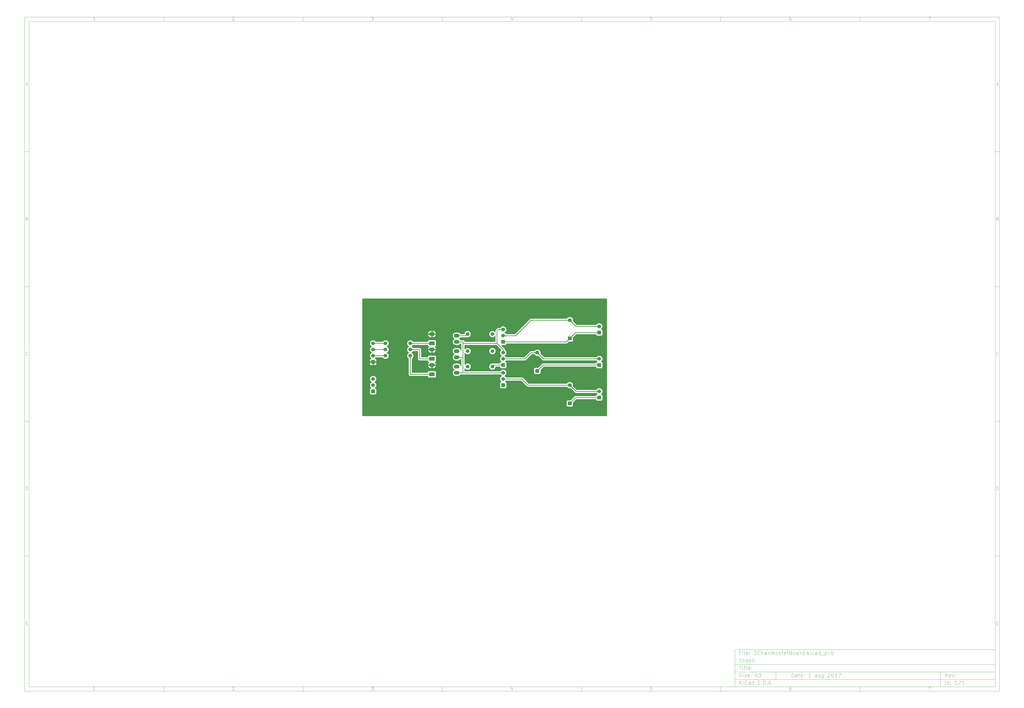
<source format=gbl>
G04 (created by PCBNEW (2013-jul-07)-stable) date Tue 01 Aug 2017 10:55:42 AM PDT*
%MOIN*%
G04 Gerber Fmt 3.4, Leading zero omitted, Abs format*
%FSLAX34Y34*%
G01*
G70*
G90*
G04 APERTURE LIST*
%ADD10C,0.00393701*%
%ADD11C,0.06*%
%ADD12R,0.06X0.06*%
%ADD13R,0.09X0.062*%
%ADD14O,0.09X0.062*%
%ADD15R,0.0615X0.0615*%
%ADD16C,0.0615*%
%ADD17C,0.01*%
G04 APERTURE END LIST*
G54D10*
X4000Y-4000D02*
X161350Y-4000D01*
X161350Y-112930D01*
X4000Y-112930D01*
X4000Y-4000D01*
X4700Y-4700D02*
X160650Y-4700D01*
X160650Y-112230D01*
X4700Y-112230D01*
X4700Y-4700D01*
X26470Y-4000D02*
X26470Y-4700D01*
X15382Y-4552D02*
X15097Y-4552D01*
X15240Y-4552D02*
X15240Y-4052D01*
X15192Y-4123D01*
X15144Y-4171D01*
X15097Y-4195D01*
X26470Y-112930D02*
X26470Y-112230D01*
X15382Y-112782D02*
X15097Y-112782D01*
X15240Y-112782D02*
X15240Y-112282D01*
X15192Y-112353D01*
X15144Y-112401D01*
X15097Y-112425D01*
X48940Y-4000D02*
X48940Y-4700D01*
X37567Y-4100D02*
X37590Y-4076D01*
X37638Y-4052D01*
X37757Y-4052D01*
X37805Y-4076D01*
X37829Y-4100D01*
X37852Y-4147D01*
X37852Y-4195D01*
X37829Y-4266D01*
X37543Y-4552D01*
X37852Y-4552D01*
X48940Y-112930D02*
X48940Y-112230D01*
X37567Y-112330D02*
X37590Y-112306D01*
X37638Y-112282D01*
X37757Y-112282D01*
X37805Y-112306D01*
X37829Y-112330D01*
X37852Y-112377D01*
X37852Y-112425D01*
X37829Y-112496D01*
X37543Y-112782D01*
X37852Y-112782D01*
X71410Y-4000D02*
X71410Y-4700D01*
X60013Y-4052D02*
X60322Y-4052D01*
X60156Y-4242D01*
X60227Y-4242D01*
X60275Y-4266D01*
X60299Y-4290D01*
X60322Y-4338D01*
X60322Y-4457D01*
X60299Y-4504D01*
X60275Y-4528D01*
X60227Y-4552D01*
X60084Y-4552D01*
X60037Y-4528D01*
X60013Y-4504D01*
X71410Y-112930D02*
X71410Y-112230D01*
X60013Y-112282D02*
X60322Y-112282D01*
X60156Y-112472D01*
X60227Y-112472D01*
X60275Y-112496D01*
X60299Y-112520D01*
X60322Y-112568D01*
X60322Y-112687D01*
X60299Y-112734D01*
X60275Y-112758D01*
X60227Y-112782D01*
X60084Y-112782D01*
X60037Y-112758D01*
X60013Y-112734D01*
X93880Y-4000D02*
X93880Y-4700D01*
X82745Y-4219D02*
X82745Y-4552D01*
X82626Y-4028D02*
X82507Y-4385D01*
X82816Y-4385D01*
X93880Y-112930D02*
X93880Y-112230D01*
X82745Y-112449D02*
X82745Y-112782D01*
X82626Y-112258D02*
X82507Y-112615D01*
X82816Y-112615D01*
X116350Y-4000D02*
X116350Y-4700D01*
X105239Y-4052D02*
X105000Y-4052D01*
X104977Y-4290D01*
X105000Y-4266D01*
X105048Y-4242D01*
X105167Y-4242D01*
X105215Y-4266D01*
X105239Y-4290D01*
X105262Y-4338D01*
X105262Y-4457D01*
X105239Y-4504D01*
X105215Y-4528D01*
X105167Y-4552D01*
X105048Y-4552D01*
X105000Y-4528D01*
X104977Y-4504D01*
X116350Y-112930D02*
X116350Y-112230D01*
X105239Y-112282D02*
X105000Y-112282D01*
X104977Y-112520D01*
X105000Y-112496D01*
X105048Y-112472D01*
X105167Y-112472D01*
X105215Y-112496D01*
X105239Y-112520D01*
X105262Y-112568D01*
X105262Y-112687D01*
X105239Y-112734D01*
X105215Y-112758D01*
X105167Y-112782D01*
X105048Y-112782D01*
X105000Y-112758D01*
X104977Y-112734D01*
X138820Y-4000D02*
X138820Y-4700D01*
X127685Y-4052D02*
X127590Y-4052D01*
X127542Y-4076D01*
X127518Y-4100D01*
X127470Y-4171D01*
X127447Y-4266D01*
X127447Y-4457D01*
X127470Y-4504D01*
X127494Y-4528D01*
X127542Y-4552D01*
X127637Y-4552D01*
X127685Y-4528D01*
X127709Y-4504D01*
X127732Y-4457D01*
X127732Y-4338D01*
X127709Y-4290D01*
X127685Y-4266D01*
X127637Y-4242D01*
X127542Y-4242D01*
X127494Y-4266D01*
X127470Y-4290D01*
X127447Y-4338D01*
X138820Y-112930D02*
X138820Y-112230D01*
X127685Y-112282D02*
X127590Y-112282D01*
X127542Y-112306D01*
X127518Y-112330D01*
X127470Y-112401D01*
X127447Y-112496D01*
X127447Y-112687D01*
X127470Y-112734D01*
X127494Y-112758D01*
X127542Y-112782D01*
X127637Y-112782D01*
X127685Y-112758D01*
X127709Y-112734D01*
X127732Y-112687D01*
X127732Y-112568D01*
X127709Y-112520D01*
X127685Y-112496D01*
X127637Y-112472D01*
X127542Y-112472D01*
X127494Y-112496D01*
X127470Y-112520D01*
X127447Y-112568D01*
X149893Y-4052D02*
X150226Y-4052D01*
X150012Y-4552D01*
X149893Y-112282D02*
X150226Y-112282D01*
X150012Y-112782D01*
X4000Y-25780D02*
X4700Y-25780D01*
X4230Y-14949D02*
X4469Y-14949D01*
X4183Y-15092D02*
X4350Y-14592D01*
X4516Y-15092D01*
X161350Y-25780D02*
X160650Y-25780D01*
X160880Y-14949D02*
X161119Y-14949D01*
X160833Y-15092D02*
X161000Y-14592D01*
X161166Y-15092D01*
X4000Y-47560D02*
X4700Y-47560D01*
X4385Y-36610D02*
X4457Y-36634D01*
X4480Y-36658D01*
X4504Y-36705D01*
X4504Y-36777D01*
X4480Y-36824D01*
X4457Y-36848D01*
X4409Y-36872D01*
X4219Y-36872D01*
X4219Y-36372D01*
X4385Y-36372D01*
X4433Y-36396D01*
X4457Y-36420D01*
X4480Y-36467D01*
X4480Y-36515D01*
X4457Y-36562D01*
X4433Y-36586D01*
X4385Y-36610D01*
X4219Y-36610D01*
X161350Y-47560D02*
X160650Y-47560D01*
X161035Y-36610D02*
X161107Y-36634D01*
X161130Y-36658D01*
X161154Y-36705D01*
X161154Y-36777D01*
X161130Y-36824D01*
X161107Y-36848D01*
X161059Y-36872D01*
X160869Y-36872D01*
X160869Y-36372D01*
X161035Y-36372D01*
X161083Y-36396D01*
X161107Y-36420D01*
X161130Y-36467D01*
X161130Y-36515D01*
X161107Y-36562D01*
X161083Y-36586D01*
X161035Y-36610D01*
X160869Y-36610D01*
X4000Y-69340D02*
X4700Y-69340D01*
X4504Y-58604D02*
X4480Y-58628D01*
X4409Y-58652D01*
X4361Y-58652D01*
X4290Y-58628D01*
X4242Y-58580D01*
X4219Y-58533D01*
X4195Y-58438D01*
X4195Y-58366D01*
X4219Y-58271D01*
X4242Y-58223D01*
X4290Y-58176D01*
X4361Y-58152D01*
X4409Y-58152D01*
X4480Y-58176D01*
X4504Y-58200D01*
X161350Y-69340D02*
X160650Y-69340D01*
X161154Y-58604D02*
X161130Y-58628D01*
X161059Y-58652D01*
X161011Y-58652D01*
X160940Y-58628D01*
X160892Y-58580D01*
X160869Y-58533D01*
X160845Y-58438D01*
X160845Y-58366D01*
X160869Y-58271D01*
X160892Y-58223D01*
X160940Y-58176D01*
X161011Y-58152D01*
X161059Y-58152D01*
X161130Y-58176D01*
X161154Y-58200D01*
X4000Y-91120D02*
X4700Y-91120D01*
X4219Y-80432D02*
X4219Y-79932D01*
X4338Y-79932D01*
X4409Y-79956D01*
X4457Y-80003D01*
X4480Y-80051D01*
X4504Y-80146D01*
X4504Y-80218D01*
X4480Y-80313D01*
X4457Y-80360D01*
X4409Y-80408D01*
X4338Y-80432D01*
X4219Y-80432D01*
X161350Y-91120D02*
X160650Y-91120D01*
X160869Y-80432D02*
X160869Y-79932D01*
X160988Y-79932D01*
X161059Y-79956D01*
X161107Y-80003D01*
X161130Y-80051D01*
X161154Y-80146D01*
X161154Y-80218D01*
X161130Y-80313D01*
X161107Y-80360D01*
X161059Y-80408D01*
X160988Y-80432D01*
X160869Y-80432D01*
X4242Y-101950D02*
X4409Y-101950D01*
X4480Y-102212D02*
X4242Y-102212D01*
X4242Y-101712D01*
X4480Y-101712D01*
X160892Y-101950D02*
X161059Y-101950D01*
X161130Y-102212D02*
X160892Y-102212D01*
X160892Y-101712D01*
X161130Y-101712D01*
X127800Y-110672D02*
X127875Y-110072D01*
X128017Y-110072D01*
X128100Y-110101D01*
X128150Y-110158D01*
X128171Y-110215D01*
X128185Y-110330D01*
X128175Y-110415D01*
X128132Y-110530D01*
X128096Y-110587D01*
X128032Y-110644D01*
X127942Y-110672D01*
X127800Y-110672D01*
X128657Y-110672D02*
X128696Y-110358D01*
X128675Y-110301D01*
X128621Y-110272D01*
X128507Y-110272D01*
X128446Y-110301D01*
X128660Y-110644D02*
X128600Y-110672D01*
X128457Y-110672D01*
X128403Y-110644D01*
X128382Y-110587D01*
X128389Y-110530D01*
X128425Y-110472D01*
X128485Y-110444D01*
X128628Y-110444D01*
X128689Y-110415D01*
X128907Y-110272D02*
X129135Y-110272D01*
X129017Y-110072D02*
X128953Y-110587D01*
X128975Y-110644D01*
X129028Y-110672D01*
X129085Y-110672D01*
X129517Y-110644D02*
X129457Y-110672D01*
X129342Y-110672D01*
X129289Y-110644D01*
X129267Y-110587D01*
X129296Y-110358D01*
X129332Y-110301D01*
X129392Y-110272D01*
X129507Y-110272D01*
X129560Y-110301D01*
X129582Y-110358D01*
X129575Y-110415D01*
X129282Y-110472D01*
X129807Y-110615D02*
X129832Y-110644D01*
X129800Y-110672D01*
X129775Y-110644D01*
X129807Y-110615D01*
X129800Y-110672D01*
X129846Y-110301D02*
X129871Y-110330D01*
X129839Y-110358D01*
X129814Y-110330D01*
X129846Y-110301D01*
X129839Y-110358D01*
X130857Y-110672D02*
X130514Y-110672D01*
X130685Y-110672D02*
X130760Y-110072D01*
X130692Y-110158D01*
X130628Y-110215D01*
X130567Y-110244D01*
X131828Y-110672D02*
X131867Y-110358D01*
X131846Y-110301D01*
X131792Y-110272D01*
X131678Y-110272D01*
X131617Y-110301D01*
X131832Y-110644D02*
X131771Y-110672D01*
X131628Y-110672D01*
X131575Y-110644D01*
X131553Y-110587D01*
X131560Y-110530D01*
X131596Y-110472D01*
X131657Y-110444D01*
X131800Y-110444D01*
X131860Y-110415D01*
X132421Y-110272D02*
X132371Y-110672D01*
X132164Y-110272D02*
X132125Y-110587D01*
X132146Y-110644D01*
X132200Y-110672D01*
X132285Y-110672D01*
X132346Y-110644D01*
X132378Y-110615D01*
X132964Y-110272D02*
X132903Y-110758D01*
X132867Y-110815D01*
X132835Y-110844D01*
X132775Y-110872D01*
X132689Y-110872D01*
X132635Y-110844D01*
X132917Y-110644D02*
X132857Y-110672D01*
X132742Y-110672D01*
X132689Y-110644D01*
X132664Y-110615D01*
X132642Y-110558D01*
X132664Y-110387D01*
X132700Y-110330D01*
X132732Y-110301D01*
X132792Y-110272D01*
X132907Y-110272D01*
X132960Y-110301D01*
X133696Y-110130D02*
X133728Y-110101D01*
X133789Y-110072D01*
X133932Y-110072D01*
X133985Y-110101D01*
X134010Y-110130D01*
X134032Y-110187D01*
X134025Y-110244D01*
X133985Y-110330D01*
X133600Y-110672D01*
X133971Y-110672D01*
X134417Y-110072D02*
X134475Y-110072D01*
X134528Y-110101D01*
X134553Y-110130D01*
X134575Y-110187D01*
X134589Y-110301D01*
X134571Y-110444D01*
X134528Y-110558D01*
X134492Y-110615D01*
X134460Y-110644D01*
X134400Y-110672D01*
X134342Y-110672D01*
X134289Y-110644D01*
X134264Y-110615D01*
X134242Y-110558D01*
X134228Y-110444D01*
X134246Y-110301D01*
X134289Y-110187D01*
X134325Y-110130D01*
X134357Y-110101D01*
X134417Y-110072D01*
X135114Y-110672D02*
X134771Y-110672D01*
X134942Y-110672D02*
X135017Y-110072D01*
X134950Y-110158D01*
X134885Y-110215D01*
X134825Y-110244D01*
X135389Y-110072D02*
X135789Y-110072D01*
X135457Y-110672D01*
X119392Y-111872D02*
X119392Y-111272D01*
X119735Y-111872D02*
X119478Y-111530D01*
X119735Y-111272D02*
X119392Y-111615D01*
X119992Y-111872D02*
X119992Y-111472D01*
X119992Y-111272D02*
X119964Y-111301D01*
X119992Y-111330D01*
X120021Y-111301D01*
X119992Y-111272D01*
X119992Y-111330D01*
X120621Y-111815D02*
X120592Y-111844D01*
X120507Y-111872D01*
X120450Y-111872D01*
X120364Y-111844D01*
X120307Y-111787D01*
X120278Y-111730D01*
X120250Y-111615D01*
X120250Y-111530D01*
X120278Y-111415D01*
X120307Y-111358D01*
X120364Y-111301D01*
X120450Y-111272D01*
X120507Y-111272D01*
X120592Y-111301D01*
X120621Y-111330D01*
X121135Y-111872D02*
X121135Y-111558D01*
X121107Y-111501D01*
X121050Y-111472D01*
X120935Y-111472D01*
X120878Y-111501D01*
X121135Y-111844D02*
X121078Y-111872D01*
X120935Y-111872D01*
X120878Y-111844D01*
X120850Y-111787D01*
X120850Y-111730D01*
X120878Y-111672D01*
X120935Y-111644D01*
X121078Y-111644D01*
X121135Y-111615D01*
X121678Y-111872D02*
X121678Y-111272D01*
X121678Y-111844D02*
X121621Y-111872D01*
X121507Y-111872D01*
X121450Y-111844D01*
X121421Y-111815D01*
X121392Y-111758D01*
X121392Y-111587D01*
X121421Y-111530D01*
X121450Y-111501D01*
X121507Y-111472D01*
X121621Y-111472D01*
X121678Y-111501D01*
X122421Y-111558D02*
X122621Y-111558D01*
X122707Y-111872D02*
X122421Y-111872D01*
X122421Y-111272D01*
X122707Y-111272D01*
X122964Y-111815D02*
X122992Y-111844D01*
X122964Y-111872D01*
X122935Y-111844D01*
X122964Y-111815D01*
X122964Y-111872D01*
X123249Y-111872D02*
X123249Y-111272D01*
X123392Y-111272D01*
X123478Y-111301D01*
X123535Y-111358D01*
X123564Y-111415D01*
X123592Y-111530D01*
X123592Y-111615D01*
X123564Y-111730D01*
X123535Y-111787D01*
X123478Y-111844D01*
X123392Y-111872D01*
X123249Y-111872D01*
X123849Y-111815D02*
X123878Y-111844D01*
X123849Y-111872D01*
X123821Y-111844D01*
X123849Y-111815D01*
X123849Y-111872D01*
X124107Y-111701D02*
X124392Y-111701D01*
X124049Y-111872D02*
X124249Y-111272D01*
X124449Y-111872D01*
X124649Y-111815D02*
X124678Y-111844D01*
X124649Y-111872D01*
X124621Y-111844D01*
X124649Y-111815D01*
X124649Y-111872D01*
X152942Y-110672D02*
X152778Y-110387D01*
X152600Y-110672D02*
X152675Y-110072D01*
X152903Y-110072D01*
X152957Y-110101D01*
X152982Y-110130D01*
X153003Y-110187D01*
X152992Y-110272D01*
X152957Y-110330D01*
X152925Y-110358D01*
X152864Y-110387D01*
X152635Y-110387D01*
X153432Y-110644D02*
X153371Y-110672D01*
X153257Y-110672D01*
X153203Y-110644D01*
X153182Y-110587D01*
X153210Y-110358D01*
X153246Y-110301D01*
X153307Y-110272D01*
X153421Y-110272D01*
X153475Y-110301D01*
X153496Y-110358D01*
X153489Y-110415D01*
X153196Y-110472D01*
X153707Y-110272D02*
X153800Y-110672D01*
X153992Y-110272D01*
X154178Y-110615D02*
X154203Y-110644D01*
X154171Y-110672D01*
X154146Y-110644D01*
X154178Y-110615D01*
X154171Y-110672D01*
X154217Y-110301D02*
X154242Y-110330D01*
X154210Y-110358D01*
X154185Y-110330D01*
X154217Y-110301D01*
X154210Y-110358D01*
X119364Y-110644D02*
X119450Y-110672D01*
X119592Y-110672D01*
X119650Y-110644D01*
X119678Y-110615D01*
X119707Y-110558D01*
X119707Y-110501D01*
X119678Y-110444D01*
X119650Y-110415D01*
X119592Y-110387D01*
X119478Y-110358D01*
X119421Y-110330D01*
X119392Y-110301D01*
X119364Y-110244D01*
X119364Y-110187D01*
X119392Y-110130D01*
X119421Y-110101D01*
X119478Y-110072D01*
X119621Y-110072D01*
X119707Y-110101D01*
X119964Y-110672D02*
X119964Y-110272D01*
X119964Y-110072D02*
X119935Y-110101D01*
X119964Y-110130D01*
X119992Y-110101D01*
X119964Y-110072D01*
X119964Y-110130D01*
X120192Y-110272D02*
X120507Y-110272D01*
X120192Y-110672D01*
X120507Y-110672D01*
X120964Y-110644D02*
X120907Y-110672D01*
X120792Y-110672D01*
X120735Y-110644D01*
X120707Y-110587D01*
X120707Y-110358D01*
X120735Y-110301D01*
X120792Y-110272D01*
X120907Y-110272D01*
X120964Y-110301D01*
X120992Y-110358D01*
X120992Y-110415D01*
X120707Y-110472D01*
X121250Y-110615D02*
X121278Y-110644D01*
X121250Y-110672D01*
X121221Y-110644D01*
X121250Y-110615D01*
X121250Y-110672D01*
X121250Y-110301D02*
X121278Y-110330D01*
X121250Y-110358D01*
X121221Y-110330D01*
X121250Y-110301D01*
X121250Y-110358D01*
X121964Y-110501D02*
X122250Y-110501D01*
X121907Y-110672D02*
X122107Y-110072D01*
X122307Y-110672D01*
X122450Y-110072D02*
X122821Y-110072D01*
X122621Y-110301D01*
X122707Y-110301D01*
X122764Y-110330D01*
X122792Y-110358D01*
X122821Y-110415D01*
X122821Y-110558D01*
X122792Y-110615D01*
X122764Y-110644D01*
X122707Y-110672D01*
X122535Y-110672D01*
X122478Y-110644D01*
X122450Y-110615D01*
X152592Y-111872D02*
X152592Y-111272D01*
X153135Y-111872D02*
X153135Y-111272D01*
X153135Y-111844D02*
X153078Y-111872D01*
X152964Y-111872D01*
X152907Y-111844D01*
X152878Y-111815D01*
X152850Y-111758D01*
X152850Y-111587D01*
X152878Y-111530D01*
X152907Y-111501D01*
X152964Y-111472D01*
X153078Y-111472D01*
X153135Y-111501D01*
X153421Y-111815D02*
X153450Y-111844D01*
X153421Y-111872D01*
X153392Y-111844D01*
X153421Y-111815D01*
X153421Y-111872D01*
X153421Y-111501D02*
X153450Y-111530D01*
X153421Y-111558D01*
X153392Y-111530D01*
X153421Y-111501D01*
X153421Y-111558D01*
X154478Y-111872D02*
X154135Y-111872D01*
X154307Y-111872D02*
X154307Y-111272D01*
X154249Y-111358D01*
X154192Y-111415D01*
X154135Y-111444D01*
X155164Y-111244D02*
X154650Y-112015D01*
X155678Y-111872D02*
X155335Y-111872D01*
X155507Y-111872D02*
X155507Y-111272D01*
X155449Y-111358D01*
X155392Y-111415D01*
X155335Y-111444D01*
X119389Y-108872D02*
X119732Y-108872D01*
X119485Y-109472D02*
X119560Y-108872D01*
X119857Y-109472D02*
X119907Y-109072D01*
X119932Y-108872D02*
X119900Y-108901D01*
X119925Y-108930D01*
X119957Y-108901D01*
X119932Y-108872D01*
X119925Y-108930D01*
X120107Y-109072D02*
X120335Y-109072D01*
X120217Y-108872D02*
X120153Y-109387D01*
X120175Y-109444D01*
X120228Y-109472D01*
X120285Y-109472D01*
X120571Y-109472D02*
X120517Y-109444D01*
X120496Y-109387D01*
X120560Y-108872D01*
X121032Y-109444D02*
X120971Y-109472D01*
X120857Y-109472D01*
X120803Y-109444D01*
X120782Y-109387D01*
X120810Y-109158D01*
X120846Y-109101D01*
X120907Y-109072D01*
X121021Y-109072D01*
X121075Y-109101D01*
X121096Y-109158D01*
X121089Y-109215D01*
X120796Y-109272D01*
X121321Y-109415D02*
X121346Y-109444D01*
X121314Y-109472D01*
X121289Y-109444D01*
X121321Y-109415D01*
X121314Y-109472D01*
X121360Y-109101D02*
X121385Y-109130D01*
X121353Y-109158D01*
X121328Y-109130D01*
X121360Y-109101D01*
X121353Y-109158D01*
X119592Y-106758D02*
X119392Y-106758D01*
X119392Y-107072D02*
X119392Y-106472D01*
X119678Y-106472D01*
X119907Y-107072D02*
X119907Y-106672D01*
X119907Y-106472D02*
X119878Y-106501D01*
X119907Y-106530D01*
X119935Y-106501D01*
X119907Y-106472D01*
X119907Y-106530D01*
X120278Y-107072D02*
X120221Y-107044D01*
X120192Y-106987D01*
X120192Y-106472D01*
X120735Y-107044D02*
X120678Y-107072D01*
X120564Y-107072D01*
X120507Y-107044D01*
X120478Y-106987D01*
X120478Y-106758D01*
X120507Y-106701D01*
X120564Y-106672D01*
X120678Y-106672D01*
X120735Y-106701D01*
X120764Y-106758D01*
X120764Y-106815D01*
X120478Y-106872D01*
X121021Y-107015D02*
X121050Y-107044D01*
X121021Y-107072D01*
X120992Y-107044D01*
X121021Y-107015D01*
X121021Y-107072D01*
X121021Y-106701D02*
X121050Y-106730D01*
X121021Y-106758D01*
X120992Y-106730D01*
X121021Y-106701D01*
X121021Y-106758D01*
X121707Y-106472D02*
X122078Y-106472D01*
X121878Y-106701D01*
X121964Y-106701D01*
X122021Y-106730D01*
X122050Y-106758D01*
X122078Y-106815D01*
X122078Y-106958D01*
X122050Y-107015D01*
X122021Y-107044D01*
X121964Y-107072D01*
X121792Y-107072D01*
X121735Y-107044D01*
X121707Y-107015D01*
X122678Y-107015D02*
X122650Y-107044D01*
X122564Y-107072D01*
X122507Y-107072D01*
X122421Y-107044D01*
X122364Y-106987D01*
X122335Y-106930D01*
X122307Y-106815D01*
X122307Y-106730D01*
X122335Y-106615D01*
X122364Y-106558D01*
X122421Y-106501D01*
X122507Y-106472D01*
X122564Y-106472D01*
X122650Y-106501D01*
X122678Y-106530D01*
X122935Y-107072D02*
X122935Y-106472D01*
X123192Y-107072D02*
X123192Y-106758D01*
X123164Y-106701D01*
X123107Y-106672D01*
X123021Y-106672D01*
X122964Y-106701D01*
X122935Y-106730D01*
X123735Y-107072D02*
X123735Y-106758D01*
X123707Y-106701D01*
X123650Y-106672D01*
X123535Y-106672D01*
X123478Y-106701D01*
X123735Y-107044D02*
X123678Y-107072D01*
X123535Y-107072D01*
X123478Y-107044D01*
X123450Y-106987D01*
X123450Y-106930D01*
X123478Y-106872D01*
X123535Y-106844D01*
X123678Y-106844D01*
X123735Y-106815D01*
X124021Y-106672D02*
X124021Y-107072D01*
X124021Y-106730D02*
X124050Y-106701D01*
X124107Y-106672D01*
X124192Y-106672D01*
X124250Y-106701D01*
X124278Y-106758D01*
X124278Y-107072D01*
X124564Y-107072D02*
X124564Y-106472D01*
X124764Y-106901D01*
X124964Y-106472D01*
X124964Y-107072D01*
X125335Y-107072D02*
X125278Y-107044D01*
X125250Y-107015D01*
X125221Y-106958D01*
X125221Y-106787D01*
X125250Y-106730D01*
X125278Y-106701D01*
X125335Y-106672D01*
X125421Y-106672D01*
X125478Y-106701D01*
X125507Y-106730D01*
X125535Y-106787D01*
X125535Y-106958D01*
X125507Y-107015D01*
X125478Y-107044D01*
X125421Y-107072D01*
X125335Y-107072D01*
X125764Y-107044D02*
X125821Y-107072D01*
X125935Y-107072D01*
X125992Y-107044D01*
X126021Y-106987D01*
X126021Y-106958D01*
X125992Y-106901D01*
X125935Y-106872D01*
X125850Y-106872D01*
X125792Y-106844D01*
X125764Y-106787D01*
X125764Y-106758D01*
X125792Y-106701D01*
X125850Y-106672D01*
X125935Y-106672D01*
X125992Y-106701D01*
X126192Y-106672D02*
X126421Y-106672D01*
X126278Y-107072D02*
X126278Y-106558D01*
X126307Y-106501D01*
X126364Y-106472D01*
X126421Y-106472D01*
X126850Y-107044D02*
X126792Y-107072D01*
X126678Y-107072D01*
X126621Y-107044D01*
X126592Y-106987D01*
X126592Y-106758D01*
X126621Y-106701D01*
X126678Y-106672D01*
X126792Y-106672D01*
X126850Y-106701D01*
X126878Y-106758D01*
X126878Y-106815D01*
X126592Y-106872D01*
X127050Y-106672D02*
X127278Y-106672D01*
X127135Y-106472D02*
X127135Y-106987D01*
X127164Y-107044D01*
X127221Y-107072D01*
X127278Y-107072D01*
X127678Y-106758D02*
X127764Y-106787D01*
X127792Y-106815D01*
X127821Y-106872D01*
X127821Y-106958D01*
X127792Y-107015D01*
X127764Y-107044D01*
X127707Y-107072D01*
X127478Y-107072D01*
X127478Y-106472D01*
X127678Y-106472D01*
X127735Y-106501D01*
X127764Y-106530D01*
X127792Y-106587D01*
X127792Y-106644D01*
X127764Y-106701D01*
X127735Y-106730D01*
X127678Y-106758D01*
X127478Y-106758D01*
X128164Y-107072D02*
X128107Y-107044D01*
X128078Y-107015D01*
X128050Y-106958D01*
X128050Y-106787D01*
X128078Y-106730D01*
X128107Y-106701D01*
X128164Y-106672D01*
X128250Y-106672D01*
X128307Y-106701D01*
X128335Y-106730D01*
X128364Y-106787D01*
X128364Y-106958D01*
X128335Y-107015D01*
X128307Y-107044D01*
X128250Y-107072D01*
X128164Y-107072D01*
X128878Y-107072D02*
X128878Y-106758D01*
X128850Y-106701D01*
X128792Y-106672D01*
X128678Y-106672D01*
X128621Y-106701D01*
X128878Y-107044D02*
X128821Y-107072D01*
X128678Y-107072D01*
X128621Y-107044D01*
X128592Y-106987D01*
X128592Y-106930D01*
X128621Y-106872D01*
X128678Y-106844D01*
X128821Y-106844D01*
X128878Y-106815D01*
X129164Y-107072D02*
X129164Y-106672D01*
X129164Y-106787D02*
X129192Y-106730D01*
X129221Y-106701D01*
X129278Y-106672D01*
X129335Y-106672D01*
X129792Y-107072D02*
X129792Y-106472D01*
X129792Y-107044D02*
X129735Y-107072D01*
X129621Y-107072D01*
X129564Y-107044D01*
X129535Y-107015D01*
X129507Y-106958D01*
X129507Y-106787D01*
X129535Y-106730D01*
X129564Y-106701D01*
X129621Y-106672D01*
X129735Y-106672D01*
X129792Y-106701D01*
X130078Y-107015D02*
X130107Y-107044D01*
X130078Y-107072D01*
X130050Y-107044D01*
X130078Y-107015D01*
X130078Y-107072D01*
X130364Y-107072D02*
X130364Y-106472D01*
X130421Y-106844D02*
X130592Y-107072D01*
X130592Y-106672D02*
X130364Y-106901D01*
X130849Y-107072D02*
X130849Y-106672D01*
X130849Y-106472D02*
X130821Y-106501D01*
X130849Y-106530D01*
X130878Y-106501D01*
X130849Y-106472D01*
X130849Y-106530D01*
X131392Y-107044D02*
X131335Y-107072D01*
X131221Y-107072D01*
X131164Y-107044D01*
X131135Y-107015D01*
X131107Y-106958D01*
X131107Y-106787D01*
X131135Y-106730D01*
X131164Y-106701D01*
X131221Y-106672D01*
X131335Y-106672D01*
X131392Y-106701D01*
X131907Y-107072D02*
X131907Y-106758D01*
X131878Y-106701D01*
X131821Y-106672D01*
X131707Y-106672D01*
X131649Y-106701D01*
X131907Y-107044D02*
X131849Y-107072D01*
X131707Y-107072D01*
X131649Y-107044D01*
X131621Y-106987D01*
X131621Y-106930D01*
X131649Y-106872D01*
X131707Y-106844D01*
X131849Y-106844D01*
X131907Y-106815D01*
X132449Y-107072D02*
X132449Y-106472D01*
X132449Y-107044D02*
X132392Y-107072D01*
X132278Y-107072D01*
X132221Y-107044D01*
X132192Y-107015D01*
X132164Y-106958D01*
X132164Y-106787D01*
X132192Y-106730D01*
X132221Y-106701D01*
X132278Y-106672D01*
X132392Y-106672D01*
X132449Y-106701D01*
X132592Y-107130D02*
X133049Y-107130D01*
X133192Y-106672D02*
X133192Y-107272D01*
X133192Y-106701D02*
X133249Y-106672D01*
X133364Y-106672D01*
X133421Y-106701D01*
X133449Y-106730D01*
X133478Y-106787D01*
X133478Y-106958D01*
X133449Y-107015D01*
X133421Y-107044D01*
X133364Y-107072D01*
X133249Y-107072D01*
X133192Y-107044D01*
X133992Y-107044D02*
X133935Y-107072D01*
X133821Y-107072D01*
X133764Y-107044D01*
X133735Y-107015D01*
X133707Y-106958D01*
X133707Y-106787D01*
X133735Y-106730D01*
X133764Y-106701D01*
X133821Y-106672D01*
X133935Y-106672D01*
X133992Y-106701D01*
X134249Y-107072D02*
X134249Y-106472D01*
X134249Y-106701D02*
X134307Y-106672D01*
X134421Y-106672D01*
X134478Y-106701D01*
X134507Y-106730D01*
X134535Y-106787D01*
X134535Y-106958D01*
X134507Y-107015D01*
X134478Y-107044D01*
X134421Y-107072D01*
X134307Y-107072D01*
X134249Y-107044D01*
X119364Y-108244D02*
X119450Y-108272D01*
X119592Y-108272D01*
X119650Y-108244D01*
X119678Y-108215D01*
X119707Y-108158D01*
X119707Y-108101D01*
X119678Y-108044D01*
X119650Y-108015D01*
X119592Y-107987D01*
X119478Y-107958D01*
X119421Y-107930D01*
X119392Y-107901D01*
X119364Y-107844D01*
X119364Y-107787D01*
X119392Y-107730D01*
X119421Y-107701D01*
X119478Y-107672D01*
X119621Y-107672D01*
X119707Y-107701D01*
X119964Y-108272D02*
X119964Y-107672D01*
X120221Y-108272D02*
X120221Y-107958D01*
X120192Y-107901D01*
X120135Y-107872D01*
X120050Y-107872D01*
X119992Y-107901D01*
X119964Y-107930D01*
X120735Y-108244D02*
X120678Y-108272D01*
X120564Y-108272D01*
X120507Y-108244D01*
X120478Y-108187D01*
X120478Y-107958D01*
X120507Y-107901D01*
X120564Y-107872D01*
X120678Y-107872D01*
X120735Y-107901D01*
X120764Y-107958D01*
X120764Y-108015D01*
X120478Y-108072D01*
X121250Y-108244D02*
X121192Y-108272D01*
X121078Y-108272D01*
X121021Y-108244D01*
X120992Y-108187D01*
X120992Y-107958D01*
X121021Y-107901D01*
X121078Y-107872D01*
X121192Y-107872D01*
X121250Y-107901D01*
X121278Y-107958D01*
X121278Y-108015D01*
X120992Y-108072D01*
X121450Y-107872D02*
X121678Y-107872D01*
X121535Y-107672D02*
X121535Y-108187D01*
X121564Y-108244D01*
X121621Y-108272D01*
X121678Y-108272D01*
X121878Y-108215D02*
X121907Y-108244D01*
X121878Y-108272D01*
X121850Y-108244D01*
X121878Y-108215D01*
X121878Y-108272D01*
X121878Y-107901D02*
X121907Y-107930D01*
X121878Y-107958D01*
X121850Y-107930D01*
X121878Y-107901D01*
X121878Y-107958D01*
X118650Y-106230D02*
X118650Y-112230D01*
X118650Y-106230D02*
X160650Y-106230D01*
X118650Y-106230D02*
X160650Y-106230D01*
X118650Y-108630D02*
X160650Y-108630D01*
X151850Y-109830D02*
X151850Y-112230D01*
X118650Y-111030D02*
X160650Y-111030D01*
X118650Y-109830D02*
X160650Y-109830D01*
X125250Y-109830D02*
X125250Y-111030D01*
G54D11*
X62250Y-56750D03*
X66250Y-56750D03*
X62250Y-57750D03*
X66250Y-57750D03*
X62250Y-58750D03*
X66250Y-58750D03*
X75500Y-55250D03*
X79500Y-55250D03*
X75500Y-58000D03*
X79500Y-58000D03*
X75500Y-60500D03*
X79500Y-60500D03*
G54D12*
X60250Y-59750D03*
G54D11*
X60250Y-58750D03*
X60250Y-57750D03*
X60250Y-56750D03*
G54D13*
X69750Y-59250D03*
G54D14*
X69750Y-57750D03*
X73750Y-58000D03*
X73750Y-59000D03*
G54D13*
X69750Y-61750D03*
G54D14*
X69750Y-60250D03*
X73750Y-60500D03*
X73750Y-61500D03*
G54D13*
X69750Y-56750D03*
G54D14*
X69750Y-55250D03*
X73750Y-55500D03*
X73750Y-56500D03*
G54D12*
X96750Y-55000D03*
G54D11*
X96750Y-54000D03*
G54D12*
X96750Y-60250D03*
G54D11*
X96750Y-59250D03*
G54D12*
X96750Y-65500D03*
G54D11*
X96750Y-64500D03*
G54D12*
X60250Y-64500D03*
G54D11*
X60250Y-63500D03*
X60250Y-62500D03*
G54D15*
X92000Y-55950D03*
G54D16*
X92000Y-53000D03*
G54D15*
X86750Y-61200D03*
G54D16*
X86750Y-58250D03*
G54D15*
X92000Y-66450D03*
G54D16*
X92000Y-63500D03*
G54D12*
X81250Y-56500D03*
G54D11*
X81250Y-55500D03*
X81250Y-54500D03*
G54D12*
X81250Y-60250D03*
G54D11*
X81250Y-59250D03*
X81250Y-58250D03*
G54D12*
X81250Y-63500D03*
G54D11*
X81250Y-62500D03*
X81250Y-61500D03*
G54D17*
X66250Y-58750D02*
X66250Y-61750D01*
X66250Y-61750D02*
X69750Y-61750D01*
X60250Y-57750D02*
X62250Y-57750D01*
X60250Y-56750D02*
X62250Y-56750D01*
X66250Y-57750D02*
X67750Y-57750D01*
X67750Y-59250D02*
X69750Y-59250D01*
X67750Y-57750D02*
X67750Y-59250D01*
X81250Y-60250D02*
X79750Y-60250D01*
X79750Y-60250D02*
X79500Y-60500D01*
X96750Y-60250D02*
X87700Y-60250D01*
X87700Y-60250D02*
X86750Y-61200D01*
X96750Y-65500D02*
X92950Y-65500D01*
X92950Y-65500D02*
X92000Y-66450D01*
X81250Y-56500D02*
X91450Y-56500D01*
X91450Y-56500D02*
X92000Y-55950D01*
X96750Y-55000D02*
X92950Y-55000D01*
X92950Y-55000D02*
X92000Y-55950D01*
X66250Y-56750D02*
X69750Y-56750D01*
X92000Y-53000D02*
X85750Y-53000D01*
X83250Y-55500D02*
X81250Y-55500D01*
X85750Y-53000D02*
X83250Y-55500D01*
X96750Y-54000D02*
X93000Y-54000D01*
X93000Y-54000D02*
X92000Y-53000D01*
X86750Y-58250D02*
X85750Y-58250D01*
X84750Y-59250D02*
X81250Y-59250D01*
X85750Y-58250D02*
X84750Y-59250D01*
X96750Y-59250D02*
X87750Y-59250D01*
X87750Y-59250D02*
X86750Y-58250D01*
X92000Y-63500D02*
X85250Y-63500D01*
X84250Y-62500D02*
X81250Y-62500D01*
X85250Y-63500D02*
X84250Y-62500D01*
X96750Y-64500D02*
X93000Y-64500D01*
X93000Y-64500D02*
X92000Y-63500D01*
X80250Y-56750D02*
X74750Y-56750D01*
X81250Y-54500D02*
X80500Y-54500D01*
X81250Y-57750D02*
X81250Y-58250D01*
X80250Y-56750D02*
X81250Y-57750D01*
X80250Y-54750D02*
X80250Y-56750D01*
X80500Y-54500D02*
X80250Y-54750D01*
X74750Y-59000D02*
X74750Y-56750D01*
X74750Y-56750D02*
X74750Y-56500D01*
X74750Y-56500D02*
X73750Y-56500D01*
X74750Y-61500D02*
X74750Y-59000D01*
X74750Y-59000D02*
X73750Y-59000D01*
X81250Y-61500D02*
X74750Y-61500D01*
X74750Y-61500D02*
X73750Y-61500D01*
X73750Y-55500D02*
X75250Y-55500D01*
X75250Y-55500D02*
X75500Y-55250D01*
X60250Y-58750D02*
X62250Y-58750D01*
G54D10*
G36*
X97950Y-68450D02*
X97300Y-68450D01*
X97300Y-64391D01*
X97216Y-64188D01*
X97061Y-64034D01*
X96859Y-63950D01*
X96641Y-63949D01*
X96438Y-64033D01*
X96284Y-64188D01*
X96279Y-64200D01*
X93124Y-64200D01*
X92551Y-63626D01*
X92557Y-63611D01*
X92557Y-63389D01*
X92472Y-63184D01*
X92316Y-63027D01*
X92111Y-62942D01*
X91889Y-62942D01*
X91684Y-63027D01*
X91527Y-63183D01*
X91520Y-63200D01*
X85374Y-63200D01*
X84462Y-62287D01*
X84364Y-62222D01*
X84250Y-62200D01*
X81721Y-62200D01*
X81716Y-62188D01*
X81561Y-62034D01*
X81480Y-62000D01*
X81561Y-61966D01*
X81715Y-61811D01*
X81799Y-61609D01*
X81800Y-61391D01*
X81716Y-61188D01*
X81561Y-61034D01*
X81359Y-60950D01*
X81141Y-60949D01*
X80938Y-61033D01*
X80784Y-61188D01*
X80779Y-61200D01*
X75050Y-61200D01*
X75050Y-60827D01*
X75188Y-60965D01*
X75390Y-61049D01*
X75608Y-61050D01*
X75811Y-60966D01*
X75965Y-60811D01*
X76049Y-60609D01*
X76050Y-60391D01*
X75966Y-60188D01*
X75811Y-60034D01*
X75609Y-59950D01*
X75391Y-59949D01*
X75188Y-60033D01*
X75050Y-60172D01*
X75050Y-59000D01*
X75050Y-58327D01*
X75188Y-58465D01*
X75390Y-58549D01*
X75608Y-58550D01*
X75811Y-58466D01*
X75965Y-58311D01*
X76049Y-58109D01*
X76050Y-57891D01*
X75966Y-57688D01*
X75811Y-57534D01*
X75609Y-57450D01*
X75391Y-57449D01*
X75188Y-57533D01*
X75050Y-57672D01*
X75050Y-57050D01*
X80125Y-57050D01*
X80898Y-57823D01*
X80784Y-57938D01*
X80700Y-58140D01*
X80699Y-58358D01*
X80783Y-58561D01*
X80938Y-58715D01*
X81019Y-58749D01*
X80938Y-58783D01*
X80784Y-58938D01*
X80700Y-59140D01*
X80699Y-59358D01*
X80783Y-59561D01*
X80922Y-59699D01*
X80900Y-59699D01*
X80808Y-59737D01*
X80738Y-59808D01*
X80700Y-59900D01*
X80700Y-59950D01*
X80050Y-59950D01*
X80050Y-57891D01*
X79966Y-57688D01*
X79811Y-57534D01*
X79609Y-57450D01*
X79391Y-57449D01*
X79188Y-57533D01*
X79034Y-57688D01*
X78950Y-57890D01*
X78949Y-58108D01*
X79033Y-58311D01*
X79188Y-58465D01*
X79390Y-58549D01*
X79608Y-58550D01*
X79811Y-58466D01*
X79965Y-58311D01*
X80049Y-58109D01*
X80050Y-57891D01*
X80050Y-59950D01*
X79750Y-59950D01*
X79655Y-59968D01*
X79609Y-59950D01*
X79391Y-59949D01*
X79188Y-60033D01*
X79034Y-60188D01*
X78950Y-60390D01*
X78949Y-60608D01*
X79033Y-60811D01*
X79188Y-60965D01*
X79390Y-61049D01*
X79608Y-61050D01*
X79811Y-60966D01*
X79965Y-60811D01*
X80049Y-60609D01*
X80049Y-60550D01*
X80699Y-60550D01*
X80699Y-60599D01*
X80737Y-60691D01*
X80808Y-60761D01*
X80900Y-60799D01*
X80999Y-60800D01*
X81599Y-60800D01*
X81691Y-60762D01*
X81761Y-60691D01*
X81799Y-60599D01*
X81800Y-60500D01*
X81800Y-59900D01*
X81762Y-59808D01*
X81691Y-59738D01*
X81599Y-59700D01*
X81577Y-59700D01*
X81715Y-59561D01*
X81720Y-59550D01*
X84750Y-59550D01*
X84750Y-59549D01*
X84864Y-59527D01*
X84864Y-59527D01*
X84962Y-59462D01*
X85874Y-58550D01*
X86270Y-58550D01*
X86277Y-58565D01*
X86433Y-58722D01*
X86638Y-58807D01*
X86860Y-58807D01*
X86876Y-58800D01*
X87537Y-59462D01*
X87537Y-59462D01*
X87635Y-59527D01*
X87750Y-59550D01*
X96278Y-59550D01*
X96283Y-59561D01*
X96422Y-59699D01*
X96400Y-59699D01*
X96308Y-59737D01*
X96238Y-59808D01*
X96200Y-59900D01*
X96200Y-59950D01*
X87700Y-59950D01*
X87585Y-59972D01*
X87487Y-60037D01*
X86883Y-60642D01*
X86392Y-60642D01*
X86301Y-60680D01*
X86230Y-60750D01*
X86192Y-60842D01*
X86192Y-60942D01*
X86192Y-61557D01*
X86230Y-61648D01*
X86300Y-61719D01*
X86392Y-61757D01*
X86492Y-61757D01*
X87107Y-61757D01*
X87198Y-61719D01*
X87269Y-61649D01*
X87307Y-61557D01*
X87307Y-61457D01*
X87307Y-61066D01*
X87824Y-60550D01*
X96199Y-60550D01*
X96199Y-60599D01*
X96237Y-60691D01*
X96308Y-60761D01*
X96400Y-60799D01*
X96499Y-60800D01*
X97099Y-60800D01*
X97191Y-60762D01*
X97261Y-60691D01*
X97299Y-60599D01*
X97300Y-60500D01*
X97300Y-59900D01*
X97262Y-59808D01*
X97191Y-59738D01*
X97099Y-59700D01*
X97077Y-59700D01*
X97215Y-59561D01*
X97299Y-59359D01*
X97300Y-59141D01*
X97216Y-58938D01*
X97061Y-58784D01*
X96859Y-58700D01*
X96641Y-58699D01*
X96438Y-58783D01*
X96284Y-58938D01*
X96279Y-58950D01*
X87874Y-58950D01*
X87301Y-58376D01*
X87307Y-58361D01*
X87307Y-58139D01*
X87222Y-57934D01*
X87066Y-57777D01*
X86861Y-57692D01*
X86639Y-57692D01*
X86434Y-57777D01*
X86277Y-57933D01*
X86270Y-57950D01*
X85750Y-57950D01*
X85635Y-57972D01*
X85537Y-58037D01*
X84625Y-58950D01*
X81721Y-58950D01*
X81716Y-58938D01*
X81561Y-58784D01*
X81480Y-58750D01*
X81561Y-58716D01*
X81715Y-58561D01*
X81799Y-58359D01*
X81800Y-58141D01*
X81716Y-57938D01*
X81561Y-57784D01*
X81550Y-57779D01*
X81550Y-57750D01*
X81527Y-57635D01*
X81462Y-57537D01*
X81462Y-57537D01*
X80974Y-57050D01*
X80999Y-57050D01*
X81599Y-57050D01*
X81691Y-57012D01*
X81761Y-56941D01*
X81799Y-56849D01*
X81799Y-56800D01*
X91450Y-56800D01*
X91450Y-56799D01*
X91564Y-56777D01*
X91564Y-56777D01*
X91662Y-56712D01*
X91866Y-56507D01*
X92357Y-56507D01*
X92448Y-56469D01*
X92519Y-56399D01*
X92557Y-56307D01*
X92557Y-56207D01*
X92557Y-55816D01*
X93074Y-55300D01*
X96199Y-55300D01*
X96199Y-55349D01*
X96237Y-55441D01*
X96308Y-55511D01*
X96400Y-55549D01*
X96499Y-55550D01*
X97099Y-55550D01*
X97191Y-55512D01*
X97261Y-55441D01*
X97299Y-55349D01*
X97300Y-55250D01*
X97300Y-54650D01*
X97262Y-54558D01*
X97191Y-54488D01*
X97099Y-54450D01*
X97077Y-54450D01*
X97215Y-54311D01*
X97299Y-54109D01*
X97300Y-53891D01*
X97216Y-53688D01*
X97061Y-53534D01*
X96859Y-53450D01*
X96641Y-53449D01*
X96438Y-53533D01*
X96284Y-53688D01*
X96279Y-53700D01*
X93124Y-53700D01*
X92551Y-53126D01*
X92557Y-53111D01*
X92557Y-52889D01*
X92472Y-52684D01*
X92316Y-52527D01*
X92111Y-52442D01*
X91889Y-52442D01*
X91684Y-52527D01*
X91527Y-52683D01*
X91520Y-52700D01*
X85750Y-52700D01*
X85635Y-52722D01*
X85537Y-52787D01*
X83125Y-55200D01*
X81721Y-55200D01*
X81716Y-55188D01*
X81561Y-55034D01*
X81480Y-55000D01*
X81561Y-54966D01*
X81715Y-54811D01*
X81799Y-54609D01*
X81800Y-54391D01*
X81716Y-54188D01*
X81561Y-54034D01*
X81359Y-53950D01*
X81141Y-53949D01*
X80938Y-54033D01*
X80784Y-54188D01*
X80779Y-54200D01*
X80500Y-54200D01*
X80385Y-54222D01*
X80287Y-54287D01*
X80037Y-54537D01*
X79972Y-54635D01*
X79950Y-54750D01*
X79950Y-54922D01*
X79811Y-54784D01*
X79609Y-54700D01*
X79391Y-54699D01*
X79188Y-54783D01*
X79034Y-54938D01*
X78950Y-55140D01*
X78949Y-55358D01*
X79033Y-55561D01*
X79188Y-55715D01*
X79390Y-55799D01*
X79608Y-55800D01*
X79811Y-55716D01*
X79950Y-55577D01*
X79950Y-56450D01*
X75040Y-56450D01*
X75027Y-56385D01*
X74962Y-56287D01*
X74864Y-56222D01*
X74750Y-56200D01*
X74363Y-56200D01*
X74299Y-56104D01*
X74144Y-56000D01*
X74299Y-55895D01*
X74363Y-55800D01*
X75250Y-55800D01*
X75250Y-55799D01*
X75344Y-55781D01*
X75344Y-55781D01*
X75390Y-55799D01*
X75608Y-55800D01*
X75811Y-55716D01*
X75965Y-55561D01*
X76049Y-55359D01*
X76050Y-55141D01*
X75966Y-54938D01*
X75811Y-54784D01*
X75609Y-54700D01*
X75391Y-54699D01*
X75188Y-54783D01*
X75034Y-54938D01*
X74950Y-55140D01*
X74950Y-55200D01*
X74363Y-55200D01*
X74299Y-55104D01*
X74118Y-54982D01*
X73903Y-54940D01*
X73596Y-54940D01*
X73381Y-54982D01*
X73200Y-55104D01*
X73078Y-55285D01*
X73036Y-55500D01*
X73078Y-55714D01*
X73200Y-55895D01*
X73355Y-56000D01*
X73200Y-56104D01*
X73078Y-56285D01*
X73036Y-56500D01*
X73078Y-56714D01*
X73200Y-56895D01*
X73381Y-57017D01*
X73596Y-57060D01*
X73903Y-57060D01*
X74118Y-57017D01*
X74299Y-56895D01*
X74363Y-56800D01*
X74450Y-56800D01*
X74450Y-57931D01*
X74421Y-57785D01*
X74299Y-57604D01*
X74118Y-57482D01*
X73903Y-57440D01*
X73596Y-57440D01*
X73381Y-57482D01*
X73200Y-57604D01*
X73078Y-57785D01*
X73036Y-58000D01*
X73078Y-58214D01*
X73200Y-58395D01*
X73355Y-58500D01*
X73200Y-58604D01*
X73078Y-58785D01*
X73036Y-59000D01*
X73078Y-59214D01*
X73200Y-59395D01*
X73381Y-59517D01*
X73596Y-59560D01*
X73903Y-59560D01*
X74118Y-59517D01*
X74299Y-59395D01*
X74363Y-59300D01*
X74450Y-59300D01*
X74450Y-60431D01*
X74421Y-60285D01*
X74299Y-60104D01*
X74118Y-59982D01*
X73903Y-59940D01*
X73596Y-59940D01*
X73381Y-59982D01*
X73200Y-60104D01*
X73078Y-60285D01*
X73036Y-60500D01*
X73078Y-60714D01*
X73200Y-60895D01*
X73355Y-61000D01*
X73200Y-61104D01*
X73078Y-61285D01*
X73036Y-61500D01*
X73078Y-61714D01*
X73200Y-61895D01*
X73381Y-62017D01*
X73596Y-62060D01*
X73903Y-62060D01*
X74118Y-62017D01*
X74299Y-61895D01*
X74363Y-61800D01*
X74750Y-61800D01*
X80778Y-61800D01*
X80783Y-61811D01*
X80938Y-61965D01*
X81019Y-61999D01*
X80938Y-62033D01*
X80784Y-62188D01*
X80700Y-62390D01*
X80699Y-62608D01*
X80783Y-62811D01*
X80922Y-62949D01*
X80900Y-62949D01*
X80808Y-62987D01*
X80738Y-63058D01*
X80700Y-63150D01*
X80699Y-63249D01*
X80699Y-63849D01*
X80737Y-63941D01*
X80808Y-64011D01*
X80900Y-64049D01*
X80999Y-64050D01*
X81599Y-64050D01*
X81691Y-64012D01*
X81761Y-63941D01*
X81799Y-63849D01*
X81800Y-63750D01*
X81800Y-63150D01*
X81762Y-63058D01*
X81691Y-62988D01*
X81599Y-62950D01*
X81577Y-62950D01*
X81715Y-62811D01*
X81720Y-62800D01*
X84125Y-62800D01*
X85037Y-63712D01*
X85037Y-63712D01*
X85135Y-63777D01*
X85250Y-63800D01*
X91520Y-63800D01*
X91527Y-63815D01*
X91683Y-63972D01*
X91888Y-64057D01*
X92110Y-64057D01*
X92126Y-64050D01*
X92787Y-64712D01*
X92787Y-64712D01*
X92885Y-64777D01*
X93000Y-64800D01*
X96278Y-64800D01*
X96283Y-64811D01*
X96422Y-64949D01*
X96400Y-64949D01*
X96308Y-64987D01*
X96238Y-65058D01*
X96200Y-65150D01*
X96200Y-65200D01*
X92950Y-65200D01*
X92835Y-65222D01*
X92737Y-65287D01*
X92133Y-65892D01*
X91642Y-65892D01*
X91551Y-65930D01*
X91480Y-66000D01*
X91442Y-66092D01*
X91442Y-66192D01*
X91442Y-66807D01*
X91480Y-66898D01*
X91550Y-66969D01*
X91642Y-67007D01*
X91742Y-67007D01*
X92357Y-67007D01*
X92448Y-66969D01*
X92519Y-66899D01*
X92557Y-66807D01*
X92557Y-66707D01*
X92557Y-66316D01*
X93074Y-65800D01*
X96199Y-65800D01*
X96199Y-65849D01*
X96237Y-65941D01*
X96308Y-66011D01*
X96400Y-66049D01*
X96499Y-66050D01*
X97099Y-66050D01*
X97191Y-66012D01*
X97261Y-65941D01*
X97299Y-65849D01*
X97300Y-65750D01*
X97300Y-65150D01*
X97262Y-65058D01*
X97191Y-64988D01*
X97099Y-64950D01*
X97077Y-64950D01*
X97215Y-64811D01*
X97299Y-64609D01*
X97300Y-64391D01*
X97300Y-68450D01*
X70450Y-68450D01*
X70450Y-62010D01*
X70450Y-61390D01*
X70433Y-61349D01*
X70433Y-60386D01*
X70384Y-60300D01*
X69800Y-60300D01*
X69800Y-60810D01*
X69940Y-60810D01*
X70150Y-60748D01*
X70321Y-60610D01*
X70426Y-60418D01*
X70433Y-60386D01*
X70433Y-61349D01*
X70412Y-61298D01*
X70341Y-61228D01*
X70249Y-61190D01*
X70150Y-61189D01*
X69700Y-61189D01*
X69700Y-60810D01*
X69700Y-60300D01*
X69115Y-60300D01*
X69066Y-60386D01*
X69073Y-60418D01*
X69178Y-60610D01*
X69349Y-60748D01*
X69560Y-60810D01*
X69700Y-60810D01*
X69700Y-61189D01*
X69250Y-61189D01*
X69158Y-61227D01*
X69088Y-61298D01*
X69050Y-61390D01*
X69049Y-61450D01*
X66550Y-61450D01*
X66550Y-59221D01*
X66561Y-59216D01*
X66715Y-59061D01*
X66799Y-58859D01*
X66800Y-58641D01*
X66716Y-58438D01*
X66561Y-58284D01*
X66480Y-58250D01*
X66561Y-58216D01*
X66715Y-58061D01*
X66720Y-58050D01*
X67450Y-58050D01*
X67450Y-59250D01*
X67472Y-59364D01*
X67537Y-59462D01*
X67635Y-59527D01*
X67750Y-59550D01*
X69049Y-59550D01*
X69049Y-59609D01*
X69087Y-59701D01*
X69158Y-59771D01*
X69250Y-59809D01*
X69277Y-59809D01*
X69178Y-59889D01*
X69073Y-60081D01*
X69066Y-60113D01*
X69115Y-60200D01*
X69700Y-60200D01*
X69700Y-60192D01*
X69800Y-60192D01*
X69800Y-60200D01*
X70384Y-60200D01*
X70433Y-60113D01*
X70426Y-60081D01*
X70321Y-59889D01*
X70222Y-59810D01*
X70249Y-59810D01*
X70341Y-59772D01*
X70411Y-59701D01*
X70449Y-59609D01*
X70450Y-59510D01*
X70450Y-58890D01*
X70433Y-58849D01*
X70433Y-57886D01*
X70384Y-57800D01*
X69800Y-57800D01*
X69800Y-58310D01*
X69940Y-58310D01*
X70150Y-58248D01*
X70321Y-58110D01*
X70426Y-57918D01*
X70433Y-57886D01*
X70433Y-58849D01*
X70412Y-58798D01*
X70341Y-58728D01*
X70249Y-58690D01*
X70150Y-58689D01*
X69700Y-58689D01*
X69700Y-58310D01*
X69700Y-57800D01*
X69115Y-57800D01*
X69066Y-57886D01*
X69073Y-57918D01*
X69178Y-58110D01*
X69349Y-58248D01*
X69560Y-58310D01*
X69700Y-58310D01*
X69700Y-58689D01*
X69250Y-58689D01*
X69158Y-58727D01*
X69088Y-58798D01*
X69050Y-58890D01*
X69049Y-58950D01*
X68050Y-58950D01*
X68050Y-57750D01*
X68027Y-57635D01*
X67962Y-57537D01*
X67864Y-57472D01*
X67750Y-57450D01*
X66721Y-57450D01*
X66716Y-57438D01*
X66561Y-57284D01*
X66480Y-57250D01*
X66561Y-57216D01*
X66715Y-57061D01*
X66720Y-57050D01*
X69049Y-57050D01*
X69049Y-57109D01*
X69087Y-57201D01*
X69158Y-57271D01*
X69250Y-57309D01*
X69277Y-57309D01*
X69178Y-57389D01*
X69073Y-57581D01*
X69066Y-57613D01*
X69115Y-57700D01*
X69700Y-57700D01*
X69700Y-57692D01*
X69800Y-57692D01*
X69800Y-57700D01*
X70384Y-57700D01*
X70433Y-57613D01*
X70426Y-57581D01*
X70321Y-57389D01*
X70222Y-57310D01*
X70249Y-57310D01*
X70341Y-57272D01*
X70411Y-57201D01*
X70449Y-57109D01*
X70450Y-57010D01*
X70450Y-56390D01*
X70433Y-56349D01*
X70433Y-55386D01*
X70433Y-55113D01*
X70426Y-55081D01*
X70321Y-54889D01*
X70150Y-54751D01*
X69940Y-54690D01*
X69800Y-54690D01*
X69800Y-55200D01*
X70384Y-55200D01*
X70433Y-55113D01*
X70433Y-55386D01*
X70384Y-55300D01*
X69800Y-55300D01*
X69800Y-55810D01*
X69940Y-55810D01*
X70150Y-55748D01*
X70321Y-55610D01*
X70426Y-55418D01*
X70433Y-55386D01*
X70433Y-56349D01*
X70412Y-56298D01*
X70341Y-56228D01*
X70249Y-56190D01*
X70150Y-56189D01*
X69700Y-56189D01*
X69700Y-55810D01*
X69700Y-55300D01*
X69700Y-55200D01*
X69700Y-54690D01*
X69560Y-54690D01*
X69349Y-54751D01*
X69178Y-54889D01*
X69073Y-55081D01*
X69066Y-55113D01*
X69115Y-55200D01*
X69700Y-55200D01*
X69700Y-55300D01*
X69115Y-55300D01*
X69066Y-55386D01*
X69073Y-55418D01*
X69178Y-55610D01*
X69349Y-55748D01*
X69560Y-55810D01*
X69700Y-55810D01*
X69700Y-56189D01*
X69250Y-56189D01*
X69158Y-56227D01*
X69088Y-56298D01*
X69050Y-56390D01*
X69049Y-56450D01*
X66721Y-56450D01*
X66716Y-56438D01*
X66561Y-56284D01*
X66359Y-56200D01*
X66141Y-56199D01*
X65938Y-56283D01*
X65784Y-56438D01*
X65700Y-56640D01*
X65699Y-56858D01*
X65783Y-57061D01*
X65938Y-57215D01*
X66019Y-57249D01*
X65938Y-57283D01*
X65784Y-57438D01*
X65700Y-57640D01*
X65699Y-57858D01*
X65783Y-58061D01*
X65938Y-58215D01*
X66019Y-58249D01*
X65938Y-58283D01*
X65784Y-58438D01*
X65700Y-58640D01*
X65699Y-58858D01*
X65783Y-59061D01*
X65938Y-59215D01*
X65950Y-59220D01*
X65950Y-61750D01*
X65972Y-61864D01*
X66037Y-61962D01*
X66135Y-62027D01*
X66250Y-62050D01*
X69049Y-62050D01*
X69049Y-62109D01*
X69087Y-62201D01*
X69158Y-62271D01*
X69250Y-62309D01*
X69349Y-62310D01*
X70249Y-62310D01*
X70341Y-62272D01*
X70411Y-62201D01*
X70449Y-62109D01*
X70450Y-62010D01*
X70450Y-68450D01*
X62800Y-68450D01*
X62800Y-58641D01*
X62716Y-58438D01*
X62561Y-58284D01*
X62480Y-58250D01*
X62561Y-58216D01*
X62715Y-58061D01*
X62799Y-57859D01*
X62800Y-57641D01*
X62716Y-57438D01*
X62561Y-57284D01*
X62480Y-57250D01*
X62561Y-57216D01*
X62715Y-57061D01*
X62799Y-56859D01*
X62800Y-56641D01*
X62716Y-56438D01*
X62561Y-56284D01*
X62359Y-56200D01*
X62141Y-56199D01*
X61938Y-56283D01*
X61784Y-56438D01*
X61779Y-56450D01*
X60721Y-56450D01*
X60716Y-56438D01*
X60561Y-56284D01*
X60359Y-56200D01*
X60141Y-56199D01*
X59938Y-56283D01*
X59784Y-56438D01*
X59700Y-56640D01*
X59699Y-56858D01*
X59783Y-57061D01*
X59938Y-57215D01*
X60019Y-57249D01*
X59938Y-57283D01*
X59784Y-57438D01*
X59700Y-57640D01*
X59699Y-57858D01*
X59783Y-58061D01*
X59938Y-58215D01*
X60019Y-58249D01*
X59938Y-58283D01*
X59784Y-58438D01*
X59700Y-58640D01*
X59699Y-58858D01*
X59783Y-59061D01*
X59922Y-59200D01*
X59900Y-59200D01*
X59808Y-59238D01*
X59737Y-59308D01*
X59699Y-59400D01*
X59700Y-59637D01*
X59762Y-59700D01*
X60200Y-59700D01*
X60200Y-59692D01*
X60300Y-59692D01*
X60300Y-59700D01*
X60737Y-59700D01*
X60800Y-59637D01*
X60800Y-59400D01*
X60762Y-59308D01*
X60691Y-59238D01*
X60599Y-59200D01*
X60577Y-59200D01*
X60715Y-59061D01*
X60720Y-59050D01*
X61778Y-59050D01*
X61783Y-59061D01*
X61938Y-59215D01*
X62140Y-59299D01*
X62358Y-59300D01*
X62561Y-59216D01*
X62715Y-59061D01*
X62799Y-58859D01*
X62800Y-58641D01*
X62800Y-68450D01*
X60800Y-68450D01*
X60800Y-63391D01*
X60716Y-63188D01*
X60561Y-63034D01*
X60480Y-63000D01*
X60561Y-62966D01*
X60715Y-62811D01*
X60799Y-62609D01*
X60800Y-62391D01*
X60800Y-62390D01*
X60800Y-60099D01*
X60800Y-59862D01*
X60737Y-59800D01*
X60300Y-59800D01*
X60300Y-60237D01*
X60362Y-60300D01*
X60500Y-60300D01*
X60599Y-60299D01*
X60691Y-60261D01*
X60762Y-60191D01*
X60800Y-60099D01*
X60800Y-62390D01*
X60716Y-62188D01*
X60561Y-62034D01*
X60359Y-61950D01*
X60200Y-61949D01*
X60200Y-60237D01*
X60200Y-59800D01*
X59762Y-59800D01*
X59700Y-59862D01*
X59699Y-60099D01*
X59737Y-60191D01*
X59808Y-60261D01*
X59900Y-60299D01*
X59999Y-60300D01*
X60137Y-60300D01*
X60200Y-60237D01*
X60200Y-61949D01*
X60141Y-61949D01*
X59938Y-62033D01*
X59784Y-62188D01*
X59700Y-62390D01*
X59699Y-62608D01*
X59783Y-62811D01*
X59938Y-62965D01*
X60019Y-62999D01*
X59938Y-63033D01*
X59784Y-63188D01*
X59700Y-63390D01*
X59699Y-63608D01*
X59783Y-63811D01*
X59922Y-63949D01*
X59900Y-63949D01*
X59808Y-63987D01*
X59738Y-64058D01*
X59700Y-64150D01*
X59699Y-64249D01*
X59699Y-64849D01*
X59737Y-64941D01*
X59808Y-65011D01*
X59900Y-65049D01*
X59999Y-65050D01*
X60599Y-65050D01*
X60691Y-65012D01*
X60761Y-64941D01*
X60799Y-64849D01*
X60800Y-64750D01*
X60800Y-64150D01*
X60762Y-64058D01*
X60691Y-63988D01*
X60599Y-63950D01*
X60577Y-63950D01*
X60715Y-63811D01*
X60799Y-63609D01*
X60800Y-63391D01*
X60800Y-68450D01*
X58550Y-68450D01*
X58550Y-49550D01*
X97950Y-49550D01*
X97950Y-68450D01*
X97950Y-68450D01*
G37*
G54D17*
X97950Y-68450D02*
X97300Y-68450D01*
X97300Y-64391D01*
X97216Y-64188D01*
X97061Y-64034D01*
X96859Y-63950D01*
X96641Y-63949D01*
X96438Y-64033D01*
X96284Y-64188D01*
X96279Y-64200D01*
X93124Y-64200D01*
X92551Y-63626D01*
X92557Y-63611D01*
X92557Y-63389D01*
X92472Y-63184D01*
X92316Y-63027D01*
X92111Y-62942D01*
X91889Y-62942D01*
X91684Y-63027D01*
X91527Y-63183D01*
X91520Y-63200D01*
X85374Y-63200D01*
X84462Y-62287D01*
X84364Y-62222D01*
X84250Y-62200D01*
X81721Y-62200D01*
X81716Y-62188D01*
X81561Y-62034D01*
X81480Y-62000D01*
X81561Y-61966D01*
X81715Y-61811D01*
X81799Y-61609D01*
X81800Y-61391D01*
X81716Y-61188D01*
X81561Y-61034D01*
X81359Y-60950D01*
X81141Y-60949D01*
X80938Y-61033D01*
X80784Y-61188D01*
X80779Y-61200D01*
X75050Y-61200D01*
X75050Y-60827D01*
X75188Y-60965D01*
X75390Y-61049D01*
X75608Y-61050D01*
X75811Y-60966D01*
X75965Y-60811D01*
X76049Y-60609D01*
X76050Y-60391D01*
X75966Y-60188D01*
X75811Y-60034D01*
X75609Y-59950D01*
X75391Y-59949D01*
X75188Y-60033D01*
X75050Y-60172D01*
X75050Y-59000D01*
X75050Y-58327D01*
X75188Y-58465D01*
X75390Y-58549D01*
X75608Y-58550D01*
X75811Y-58466D01*
X75965Y-58311D01*
X76049Y-58109D01*
X76050Y-57891D01*
X75966Y-57688D01*
X75811Y-57534D01*
X75609Y-57450D01*
X75391Y-57449D01*
X75188Y-57533D01*
X75050Y-57672D01*
X75050Y-57050D01*
X80125Y-57050D01*
X80898Y-57823D01*
X80784Y-57938D01*
X80700Y-58140D01*
X80699Y-58358D01*
X80783Y-58561D01*
X80938Y-58715D01*
X81019Y-58749D01*
X80938Y-58783D01*
X80784Y-58938D01*
X80700Y-59140D01*
X80699Y-59358D01*
X80783Y-59561D01*
X80922Y-59699D01*
X80900Y-59699D01*
X80808Y-59737D01*
X80738Y-59808D01*
X80700Y-59900D01*
X80700Y-59950D01*
X80050Y-59950D01*
X80050Y-57891D01*
X79966Y-57688D01*
X79811Y-57534D01*
X79609Y-57450D01*
X79391Y-57449D01*
X79188Y-57533D01*
X79034Y-57688D01*
X78950Y-57890D01*
X78949Y-58108D01*
X79033Y-58311D01*
X79188Y-58465D01*
X79390Y-58549D01*
X79608Y-58550D01*
X79811Y-58466D01*
X79965Y-58311D01*
X80049Y-58109D01*
X80050Y-57891D01*
X80050Y-59950D01*
X79750Y-59950D01*
X79655Y-59968D01*
X79609Y-59950D01*
X79391Y-59949D01*
X79188Y-60033D01*
X79034Y-60188D01*
X78950Y-60390D01*
X78949Y-60608D01*
X79033Y-60811D01*
X79188Y-60965D01*
X79390Y-61049D01*
X79608Y-61050D01*
X79811Y-60966D01*
X79965Y-60811D01*
X80049Y-60609D01*
X80049Y-60550D01*
X80699Y-60550D01*
X80699Y-60599D01*
X80737Y-60691D01*
X80808Y-60761D01*
X80900Y-60799D01*
X80999Y-60800D01*
X81599Y-60800D01*
X81691Y-60762D01*
X81761Y-60691D01*
X81799Y-60599D01*
X81800Y-60500D01*
X81800Y-59900D01*
X81762Y-59808D01*
X81691Y-59738D01*
X81599Y-59700D01*
X81577Y-59700D01*
X81715Y-59561D01*
X81720Y-59550D01*
X84750Y-59550D01*
X84750Y-59549D01*
X84864Y-59527D01*
X84864Y-59527D01*
X84962Y-59462D01*
X85874Y-58550D01*
X86270Y-58550D01*
X86277Y-58565D01*
X86433Y-58722D01*
X86638Y-58807D01*
X86860Y-58807D01*
X86876Y-58800D01*
X87537Y-59462D01*
X87537Y-59462D01*
X87635Y-59527D01*
X87750Y-59550D01*
X96278Y-59550D01*
X96283Y-59561D01*
X96422Y-59699D01*
X96400Y-59699D01*
X96308Y-59737D01*
X96238Y-59808D01*
X96200Y-59900D01*
X96200Y-59950D01*
X87700Y-59950D01*
X87585Y-59972D01*
X87487Y-60037D01*
X86883Y-60642D01*
X86392Y-60642D01*
X86301Y-60680D01*
X86230Y-60750D01*
X86192Y-60842D01*
X86192Y-60942D01*
X86192Y-61557D01*
X86230Y-61648D01*
X86300Y-61719D01*
X86392Y-61757D01*
X86492Y-61757D01*
X87107Y-61757D01*
X87198Y-61719D01*
X87269Y-61649D01*
X87307Y-61557D01*
X87307Y-61457D01*
X87307Y-61066D01*
X87824Y-60550D01*
X96199Y-60550D01*
X96199Y-60599D01*
X96237Y-60691D01*
X96308Y-60761D01*
X96400Y-60799D01*
X96499Y-60800D01*
X97099Y-60800D01*
X97191Y-60762D01*
X97261Y-60691D01*
X97299Y-60599D01*
X97300Y-60500D01*
X97300Y-59900D01*
X97262Y-59808D01*
X97191Y-59738D01*
X97099Y-59700D01*
X97077Y-59700D01*
X97215Y-59561D01*
X97299Y-59359D01*
X97300Y-59141D01*
X97216Y-58938D01*
X97061Y-58784D01*
X96859Y-58700D01*
X96641Y-58699D01*
X96438Y-58783D01*
X96284Y-58938D01*
X96279Y-58950D01*
X87874Y-58950D01*
X87301Y-58376D01*
X87307Y-58361D01*
X87307Y-58139D01*
X87222Y-57934D01*
X87066Y-57777D01*
X86861Y-57692D01*
X86639Y-57692D01*
X86434Y-57777D01*
X86277Y-57933D01*
X86270Y-57950D01*
X85750Y-57950D01*
X85635Y-57972D01*
X85537Y-58037D01*
X84625Y-58950D01*
X81721Y-58950D01*
X81716Y-58938D01*
X81561Y-58784D01*
X81480Y-58750D01*
X81561Y-58716D01*
X81715Y-58561D01*
X81799Y-58359D01*
X81800Y-58141D01*
X81716Y-57938D01*
X81561Y-57784D01*
X81550Y-57779D01*
X81550Y-57750D01*
X81527Y-57635D01*
X81462Y-57537D01*
X81462Y-57537D01*
X80974Y-57050D01*
X80999Y-57050D01*
X81599Y-57050D01*
X81691Y-57012D01*
X81761Y-56941D01*
X81799Y-56849D01*
X81799Y-56800D01*
X91450Y-56800D01*
X91450Y-56799D01*
X91564Y-56777D01*
X91564Y-56777D01*
X91662Y-56712D01*
X91866Y-56507D01*
X92357Y-56507D01*
X92448Y-56469D01*
X92519Y-56399D01*
X92557Y-56307D01*
X92557Y-56207D01*
X92557Y-55816D01*
X93074Y-55300D01*
X96199Y-55300D01*
X96199Y-55349D01*
X96237Y-55441D01*
X96308Y-55511D01*
X96400Y-55549D01*
X96499Y-55550D01*
X97099Y-55550D01*
X97191Y-55512D01*
X97261Y-55441D01*
X97299Y-55349D01*
X97300Y-55250D01*
X97300Y-54650D01*
X97262Y-54558D01*
X97191Y-54488D01*
X97099Y-54450D01*
X97077Y-54450D01*
X97215Y-54311D01*
X97299Y-54109D01*
X97300Y-53891D01*
X97216Y-53688D01*
X97061Y-53534D01*
X96859Y-53450D01*
X96641Y-53449D01*
X96438Y-53533D01*
X96284Y-53688D01*
X96279Y-53700D01*
X93124Y-53700D01*
X92551Y-53126D01*
X92557Y-53111D01*
X92557Y-52889D01*
X92472Y-52684D01*
X92316Y-52527D01*
X92111Y-52442D01*
X91889Y-52442D01*
X91684Y-52527D01*
X91527Y-52683D01*
X91520Y-52700D01*
X85750Y-52700D01*
X85635Y-52722D01*
X85537Y-52787D01*
X83125Y-55200D01*
X81721Y-55200D01*
X81716Y-55188D01*
X81561Y-55034D01*
X81480Y-55000D01*
X81561Y-54966D01*
X81715Y-54811D01*
X81799Y-54609D01*
X81800Y-54391D01*
X81716Y-54188D01*
X81561Y-54034D01*
X81359Y-53950D01*
X81141Y-53949D01*
X80938Y-54033D01*
X80784Y-54188D01*
X80779Y-54200D01*
X80500Y-54200D01*
X80385Y-54222D01*
X80287Y-54287D01*
X80037Y-54537D01*
X79972Y-54635D01*
X79950Y-54750D01*
X79950Y-54922D01*
X79811Y-54784D01*
X79609Y-54700D01*
X79391Y-54699D01*
X79188Y-54783D01*
X79034Y-54938D01*
X78950Y-55140D01*
X78949Y-55358D01*
X79033Y-55561D01*
X79188Y-55715D01*
X79390Y-55799D01*
X79608Y-55800D01*
X79811Y-55716D01*
X79950Y-55577D01*
X79950Y-56450D01*
X75040Y-56450D01*
X75027Y-56385D01*
X74962Y-56287D01*
X74864Y-56222D01*
X74750Y-56200D01*
X74363Y-56200D01*
X74299Y-56104D01*
X74144Y-56000D01*
X74299Y-55895D01*
X74363Y-55800D01*
X75250Y-55800D01*
X75250Y-55799D01*
X75344Y-55781D01*
X75344Y-55781D01*
X75390Y-55799D01*
X75608Y-55800D01*
X75811Y-55716D01*
X75965Y-55561D01*
X76049Y-55359D01*
X76050Y-55141D01*
X75966Y-54938D01*
X75811Y-54784D01*
X75609Y-54700D01*
X75391Y-54699D01*
X75188Y-54783D01*
X75034Y-54938D01*
X74950Y-55140D01*
X74950Y-55200D01*
X74363Y-55200D01*
X74299Y-55104D01*
X74118Y-54982D01*
X73903Y-54940D01*
X73596Y-54940D01*
X73381Y-54982D01*
X73200Y-55104D01*
X73078Y-55285D01*
X73036Y-55500D01*
X73078Y-55714D01*
X73200Y-55895D01*
X73355Y-56000D01*
X73200Y-56104D01*
X73078Y-56285D01*
X73036Y-56500D01*
X73078Y-56714D01*
X73200Y-56895D01*
X73381Y-57017D01*
X73596Y-57060D01*
X73903Y-57060D01*
X74118Y-57017D01*
X74299Y-56895D01*
X74363Y-56800D01*
X74450Y-56800D01*
X74450Y-57931D01*
X74421Y-57785D01*
X74299Y-57604D01*
X74118Y-57482D01*
X73903Y-57440D01*
X73596Y-57440D01*
X73381Y-57482D01*
X73200Y-57604D01*
X73078Y-57785D01*
X73036Y-58000D01*
X73078Y-58214D01*
X73200Y-58395D01*
X73355Y-58500D01*
X73200Y-58604D01*
X73078Y-58785D01*
X73036Y-59000D01*
X73078Y-59214D01*
X73200Y-59395D01*
X73381Y-59517D01*
X73596Y-59560D01*
X73903Y-59560D01*
X74118Y-59517D01*
X74299Y-59395D01*
X74363Y-59300D01*
X74450Y-59300D01*
X74450Y-60431D01*
X74421Y-60285D01*
X74299Y-60104D01*
X74118Y-59982D01*
X73903Y-59940D01*
X73596Y-59940D01*
X73381Y-59982D01*
X73200Y-60104D01*
X73078Y-60285D01*
X73036Y-60500D01*
X73078Y-60714D01*
X73200Y-60895D01*
X73355Y-61000D01*
X73200Y-61104D01*
X73078Y-61285D01*
X73036Y-61500D01*
X73078Y-61714D01*
X73200Y-61895D01*
X73381Y-62017D01*
X73596Y-62060D01*
X73903Y-62060D01*
X74118Y-62017D01*
X74299Y-61895D01*
X74363Y-61800D01*
X74750Y-61800D01*
X80778Y-61800D01*
X80783Y-61811D01*
X80938Y-61965D01*
X81019Y-61999D01*
X80938Y-62033D01*
X80784Y-62188D01*
X80700Y-62390D01*
X80699Y-62608D01*
X80783Y-62811D01*
X80922Y-62949D01*
X80900Y-62949D01*
X80808Y-62987D01*
X80738Y-63058D01*
X80700Y-63150D01*
X80699Y-63249D01*
X80699Y-63849D01*
X80737Y-63941D01*
X80808Y-64011D01*
X80900Y-64049D01*
X80999Y-64050D01*
X81599Y-64050D01*
X81691Y-64012D01*
X81761Y-63941D01*
X81799Y-63849D01*
X81800Y-63750D01*
X81800Y-63150D01*
X81762Y-63058D01*
X81691Y-62988D01*
X81599Y-62950D01*
X81577Y-62950D01*
X81715Y-62811D01*
X81720Y-62800D01*
X84125Y-62800D01*
X85037Y-63712D01*
X85037Y-63712D01*
X85135Y-63777D01*
X85250Y-63800D01*
X91520Y-63800D01*
X91527Y-63815D01*
X91683Y-63972D01*
X91888Y-64057D01*
X92110Y-64057D01*
X92126Y-64050D01*
X92787Y-64712D01*
X92787Y-64712D01*
X92885Y-64777D01*
X93000Y-64800D01*
X96278Y-64800D01*
X96283Y-64811D01*
X96422Y-64949D01*
X96400Y-64949D01*
X96308Y-64987D01*
X96238Y-65058D01*
X96200Y-65150D01*
X96200Y-65200D01*
X92950Y-65200D01*
X92835Y-65222D01*
X92737Y-65287D01*
X92133Y-65892D01*
X91642Y-65892D01*
X91551Y-65930D01*
X91480Y-66000D01*
X91442Y-66092D01*
X91442Y-66192D01*
X91442Y-66807D01*
X91480Y-66898D01*
X91550Y-66969D01*
X91642Y-67007D01*
X91742Y-67007D01*
X92357Y-67007D01*
X92448Y-66969D01*
X92519Y-66899D01*
X92557Y-66807D01*
X92557Y-66707D01*
X92557Y-66316D01*
X93074Y-65800D01*
X96199Y-65800D01*
X96199Y-65849D01*
X96237Y-65941D01*
X96308Y-66011D01*
X96400Y-66049D01*
X96499Y-66050D01*
X97099Y-66050D01*
X97191Y-66012D01*
X97261Y-65941D01*
X97299Y-65849D01*
X97300Y-65750D01*
X97300Y-65150D01*
X97262Y-65058D01*
X97191Y-64988D01*
X97099Y-64950D01*
X97077Y-64950D01*
X97215Y-64811D01*
X97299Y-64609D01*
X97300Y-64391D01*
X97300Y-68450D01*
X70450Y-68450D01*
X70450Y-62010D01*
X70450Y-61390D01*
X70433Y-61349D01*
X70433Y-60386D01*
X70384Y-60300D01*
X69800Y-60300D01*
X69800Y-60810D01*
X69940Y-60810D01*
X70150Y-60748D01*
X70321Y-60610D01*
X70426Y-60418D01*
X70433Y-60386D01*
X70433Y-61349D01*
X70412Y-61298D01*
X70341Y-61228D01*
X70249Y-61190D01*
X70150Y-61189D01*
X69700Y-61189D01*
X69700Y-60810D01*
X69700Y-60300D01*
X69115Y-60300D01*
X69066Y-60386D01*
X69073Y-60418D01*
X69178Y-60610D01*
X69349Y-60748D01*
X69560Y-60810D01*
X69700Y-60810D01*
X69700Y-61189D01*
X69250Y-61189D01*
X69158Y-61227D01*
X69088Y-61298D01*
X69050Y-61390D01*
X69049Y-61450D01*
X66550Y-61450D01*
X66550Y-59221D01*
X66561Y-59216D01*
X66715Y-59061D01*
X66799Y-58859D01*
X66800Y-58641D01*
X66716Y-58438D01*
X66561Y-58284D01*
X66480Y-58250D01*
X66561Y-58216D01*
X66715Y-58061D01*
X66720Y-58050D01*
X67450Y-58050D01*
X67450Y-59250D01*
X67472Y-59364D01*
X67537Y-59462D01*
X67635Y-59527D01*
X67750Y-59550D01*
X69049Y-59550D01*
X69049Y-59609D01*
X69087Y-59701D01*
X69158Y-59771D01*
X69250Y-59809D01*
X69277Y-59809D01*
X69178Y-59889D01*
X69073Y-60081D01*
X69066Y-60113D01*
X69115Y-60200D01*
X69700Y-60200D01*
X69700Y-60192D01*
X69800Y-60192D01*
X69800Y-60200D01*
X70384Y-60200D01*
X70433Y-60113D01*
X70426Y-60081D01*
X70321Y-59889D01*
X70222Y-59810D01*
X70249Y-59810D01*
X70341Y-59772D01*
X70411Y-59701D01*
X70449Y-59609D01*
X70450Y-59510D01*
X70450Y-58890D01*
X70433Y-58849D01*
X70433Y-57886D01*
X70384Y-57800D01*
X69800Y-57800D01*
X69800Y-58310D01*
X69940Y-58310D01*
X70150Y-58248D01*
X70321Y-58110D01*
X70426Y-57918D01*
X70433Y-57886D01*
X70433Y-58849D01*
X70412Y-58798D01*
X70341Y-58728D01*
X70249Y-58690D01*
X70150Y-58689D01*
X69700Y-58689D01*
X69700Y-58310D01*
X69700Y-57800D01*
X69115Y-57800D01*
X69066Y-57886D01*
X69073Y-57918D01*
X69178Y-58110D01*
X69349Y-58248D01*
X69560Y-58310D01*
X69700Y-58310D01*
X69700Y-58689D01*
X69250Y-58689D01*
X69158Y-58727D01*
X69088Y-58798D01*
X69050Y-58890D01*
X69049Y-58950D01*
X68050Y-58950D01*
X68050Y-57750D01*
X68027Y-57635D01*
X67962Y-57537D01*
X67864Y-57472D01*
X67750Y-57450D01*
X66721Y-57450D01*
X66716Y-57438D01*
X66561Y-57284D01*
X66480Y-57250D01*
X66561Y-57216D01*
X66715Y-57061D01*
X66720Y-57050D01*
X69049Y-57050D01*
X69049Y-57109D01*
X69087Y-57201D01*
X69158Y-57271D01*
X69250Y-57309D01*
X69277Y-57309D01*
X69178Y-57389D01*
X69073Y-57581D01*
X69066Y-57613D01*
X69115Y-57700D01*
X69700Y-57700D01*
X69700Y-57692D01*
X69800Y-57692D01*
X69800Y-57700D01*
X70384Y-57700D01*
X70433Y-57613D01*
X70426Y-57581D01*
X70321Y-57389D01*
X70222Y-57310D01*
X70249Y-57310D01*
X70341Y-57272D01*
X70411Y-57201D01*
X70449Y-57109D01*
X70450Y-57010D01*
X70450Y-56390D01*
X70433Y-56349D01*
X70433Y-55386D01*
X70433Y-55113D01*
X70426Y-55081D01*
X70321Y-54889D01*
X70150Y-54751D01*
X69940Y-54690D01*
X69800Y-54690D01*
X69800Y-55200D01*
X70384Y-55200D01*
X70433Y-55113D01*
X70433Y-55386D01*
X70384Y-55300D01*
X69800Y-55300D01*
X69800Y-55810D01*
X69940Y-55810D01*
X70150Y-55748D01*
X70321Y-55610D01*
X70426Y-55418D01*
X70433Y-55386D01*
X70433Y-56349D01*
X70412Y-56298D01*
X70341Y-56228D01*
X70249Y-56190D01*
X70150Y-56189D01*
X69700Y-56189D01*
X69700Y-55810D01*
X69700Y-55300D01*
X69700Y-55200D01*
X69700Y-54690D01*
X69560Y-54690D01*
X69349Y-54751D01*
X69178Y-54889D01*
X69073Y-55081D01*
X69066Y-55113D01*
X69115Y-55200D01*
X69700Y-55200D01*
X69700Y-55300D01*
X69115Y-55300D01*
X69066Y-55386D01*
X69073Y-55418D01*
X69178Y-55610D01*
X69349Y-55748D01*
X69560Y-55810D01*
X69700Y-55810D01*
X69700Y-56189D01*
X69250Y-56189D01*
X69158Y-56227D01*
X69088Y-56298D01*
X69050Y-56390D01*
X69049Y-56450D01*
X66721Y-56450D01*
X66716Y-56438D01*
X66561Y-56284D01*
X66359Y-56200D01*
X66141Y-56199D01*
X65938Y-56283D01*
X65784Y-56438D01*
X65700Y-56640D01*
X65699Y-56858D01*
X65783Y-57061D01*
X65938Y-57215D01*
X66019Y-57249D01*
X65938Y-57283D01*
X65784Y-57438D01*
X65700Y-57640D01*
X65699Y-57858D01*
X65783Y-58061D01*
X65938Y-58215D01*
X66019Y-58249D01*
X65938Y-58283D01*
X65784Y-58438D01*
X65700Y-58640D01*
X65699Y-58858D01*
X65783Y-59061D01*
X65938Y-59215D01*
X65950Y-59220D01*
X65950Y-61750D01*
X65972Y-61864D01*
X66037Y-61962D01*
X66135Y-62027D01*
X66250Y-62050D01*
X69049Y-62050D01*
X69049Y-62109D01*
X69087Y-62201D01*
X69158Y-62271D01*
X69250Y-62309D01*
X69349Y-62310D01*
X70249Y-62310D01*
X70341Y-62272D01*
X70411Y-62201D01*
X70449Y-62109D01*
X70450Y-62010D01*
X70450Y-68450D01*
X62800Y-68450D01*
X62800Y-58641D01*
X62716Y-58438D01*
X62561Y-58284D01*
X62480Y-58250D01*
X62561Y-58216D01*
X62715Y-58061D01*
X62799Y-57859D01*
X62800Y-57641D01*
X62716Y-57438D01*
X62561Y-57284D01*
X62480Y-57250D01*
X62561Y-57216D01*
X62715Y-57061D01*
X62799Y-56859D01*
X62800Y-56641D01*
X62716Y-56438D01*
X62561Y-56284D01*
X62359Y-56200D01*
X62141Y-56199D01*
X61938Y-56283D01*
X61784Y-56438D01*
X61779Y-56450D01*
X60721Y-56450D01*
X60716Y-56438D01*
X60561Y-56284D01*
X60359Y-56200D01*
X60141Y-56199D01*
X59938Y-56283D01*
X59784Y-56438D01*
X59700Y-56640D01*
X59699Y-56858D01*
X59783Y-57061D01*
X59938Y-57215D01*
X60019Y-57249D01*
X59938Y-57283D01*
X59784Y-57438D01*
X59700Y-57640D01*
X59699Y-57858D01*
X59783Y-58061D01*
X59938Y-58215D01*
X60019Y-58249D01*
X59938Y-58283D01*
X59784Y-58438D01*
X59700Y-58640D01*
X59699Y-58858D01*
X59783Y-59061D01*
X59922Y-59200D01*
X59900Y-59200D01*
X59808Y-59238D01*
X59737Y-59308D01*
X59699Y-59400D01*
X59700Y-59637D01*
X59762Y-59700D01*
X60200Y-59700D01*
X60200Y-59692D01*
X60300Y-59692D01*
X60300Y-59700D01*
X60737Y-59700D01*
X60800Y-59637D01*
X60800Y-59400D01*
X60762Y-59308D01*
X60691Y-59238D01*
X60599Y-59200D01*
X60577Y-59200D01*
X60715Y-59061D01*
X60720Y-59050D01*
X61778Y-59050D01*
X61783Y-59061D01*
X61938Y-59215D01*
X62140Y-59299D01*
X62358Y-59300D01*
X62561Y-59216D01*
X62715Y-59061D01*
X62799Y-58859D01*
X62800Y-58641D01*
X62800Y-68450D01*
X60800Y-68450D01*
X60800Y-63391D01*
X60716Y-63188D01*
X60561Y-63034D01*
X60480Y-63000D01*
X60561Y-62966D01*
X60715Y-62811D01*
X60799Y-62609D01*
X60800Y-62391D01*
X60800Y-62390D01*
X60800Y-60099D01*
X60800Y-59862D01*
X60737Y-59800D01*
X60300Y-59800D01*
X60300Y-60237D01*
X60362Y-60300D01*
X60500Y-60300D01*
X60599Y-60299D01*
X60691Y-60261D01*
X60762Y-60191D01*
X60800Y-60099D01*
X60800Y-62390D01*
X60716Y-62188D01*
X60561Y-62034D01*
X60359Y-61950D01*
X60200Y-61949D01*
X60200Y-60237D01*
X60200Y-59800D01*
X59762Y-59800D01*
X59700Y-59862D01*
X59699Y-60099D01*
X59737Y-60191D01*
X59808Y-60261D01*
X59900Y-60299D01*
X59999Y-60300D01*
X60137Y-60300D01*
X60200Y-60237D01*
X60200Y-61949D01*
X60141Y-61949D01*
X59938Y-62033D01*
X59784Y-62188D01*
X59700Y-62390D01*
X59699Y-62608D01*
X59783Y-62811D01*
X59938Y-62965D01*
X60019Y-62999D01*
X59938Y-63033D01*
X59784Y-63188D01*
X59700Y-63390D01*
X59699Y-63608D01*
X59783Y-63811D01*
X59922Y-63949D01*
X59900Y-63949D01*
X59808Y-63987D01*
X59738Y-64058D01*
X59700Y-64150D01*
X59699Y-64249D01*
X59699Y-64849D01*
X59737Y-64941D01*
X59808Y-65011D01*
X59900Y-65049D01*
X59999Y-65050D01*
X60599Y-65050D01*
X60691Y-65012D01*
X60761Y-64941D01*
X60799Y-64849D01*
X60800Y-64750D01*
X60800Y-64150D01*
X60762Y-64058D01*
X60691Y-63988D01*
X60599Y-63950D01*
X60577Y-63950D01*
X60715Y-63811D01*
X60799Y-63609D01*
X60800Y-63391D01*
X60800Y-68450D01*
X58550Y-68450D01*
X58550Y-49550D01*
X97950Y-49550D01*
X97950Y-68450D01*
M02*

</source>
